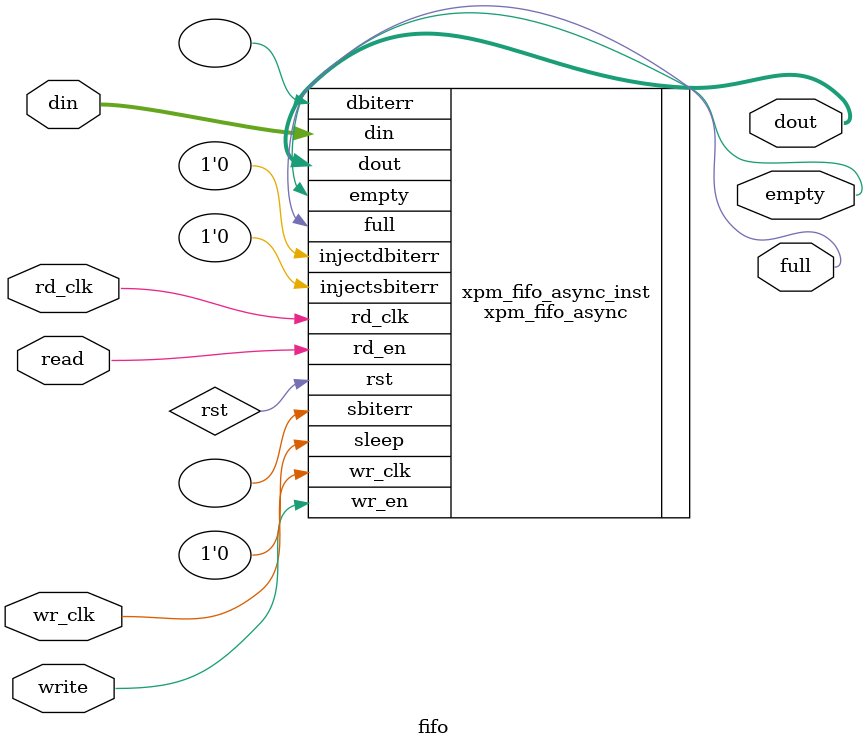
<source format=v>
`timescale 1ns / 1ps

module fifo #(
    parameter DEPTH=16,
    parameter WIDTH=32
    ) (
    input wr_clk,
    input [WIDTH-1:0] din,
    input write,
    output full, 
    output [WIDTH-1:0] dout,
    input read,
    output empty,
    input rd_clk 
    );
    
    function integer log2(input integer x);
        integer i;
        if (x == 0)
            log2 = 0;
        else begin
            i = 0;
            while (x > (2**i)) begin
        i = i+1;
            end
            log2 = i;
        end
    endfunction
    
    localparam ADDR_WIDTH = log2(DEPTH);
    localparam FIFO_TYPE = (DEPTH > 32) ? "block" : "distributed";
    
    xpm_fifo_async # (
    
      .FIFO_MEMORY_TYPE          (FIFO_TYPE),          //string; "auto", "block", or "distributed";
      .ECC_MODE                  ("no_ecc"),         //string; "no_ecc" or "en_ecc";
      .RELATED_CLOCKS            (0),                //positive integer; 0 or 1
      .FIFO_WRITE_DEPTH          (DEPTH),            //positive integer
      .WRITE_DATA_WIDTH          (WIDTH),            //positive integer
      .WR_DATA_COUNT_WIDTH       (ADDR_WIDTH),       //positive integer
      .PROG_FULL_THRESH          (10),               //positive integer
      .FULL_RESET_VALUE          (0),                //positive integer; 0 or 1
      .READ_MODE                 ("fwft"),           //string; "std" or "fwft";
      .FIFO_READ_LATENCY         (1),                //positive integer;
      .READ_DATA_WIDTH           (WIDTH),            //positive integer
      .RD_DATA_COUNT_WIDTH       (ADDR_WIDTH),       //positive integer
      .PROG_EMPTY_THRESH         (10),               //positive integer
      .DOUT_RESET_VALUE          ("0"),              //string
      .CDC_SYNC_STAGES           (2),                //positive integer
      .WAKEUP_TIME               (0)                 //positive integer; 0 or 2;
    
    ) xpm_fifo_async_inst (
    
      .rst              (rst),
      .wr_clk           (wr_clk),
      .wr_en            (write),
      .din              (din),
      .full             (full),
//      .overflow         (overflow),
//      .wr_rst_busy      (wr_rst_busy),
      .rd_clk           (rd_clk),
      .rd_en            (read),
      .dout             (dout),
      .empty            (empty),
//      .underflow        (underflow),
//      .rd_rst_busy      (rd_rst_busy),
//      .prog_full        (prog_full),
//      .wr_data_count    (wr_data_count),
//      .prog_empty       (prog_empty),
//      .rd_data_count    (rd_data_count),
      .sleep            (1'b0),
      .injectsbiterr    (1'b0),
      .injectdbiterr    (1'b0),
      .sbiterr          (),
      .dbiterr          ()
    
    );

            
endmodule

</source>
